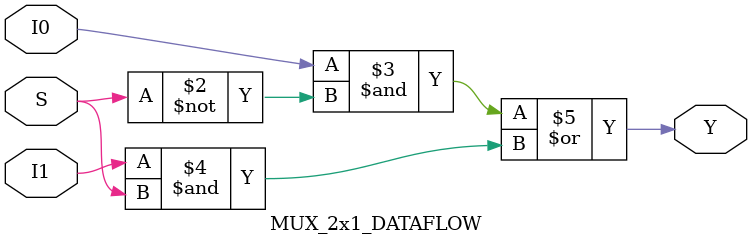
<source format=v>
`timescale 1ns / 1ps


module MUX_2x1_DATAFLOW(
    input I0,
    input I1,
    input S,
    output Y
    );
    reg Y;
    always@(S or I0 or I1) begin
    Y = (I0 & ~S) | (I1 & S);
    end
endmodule

</source>
